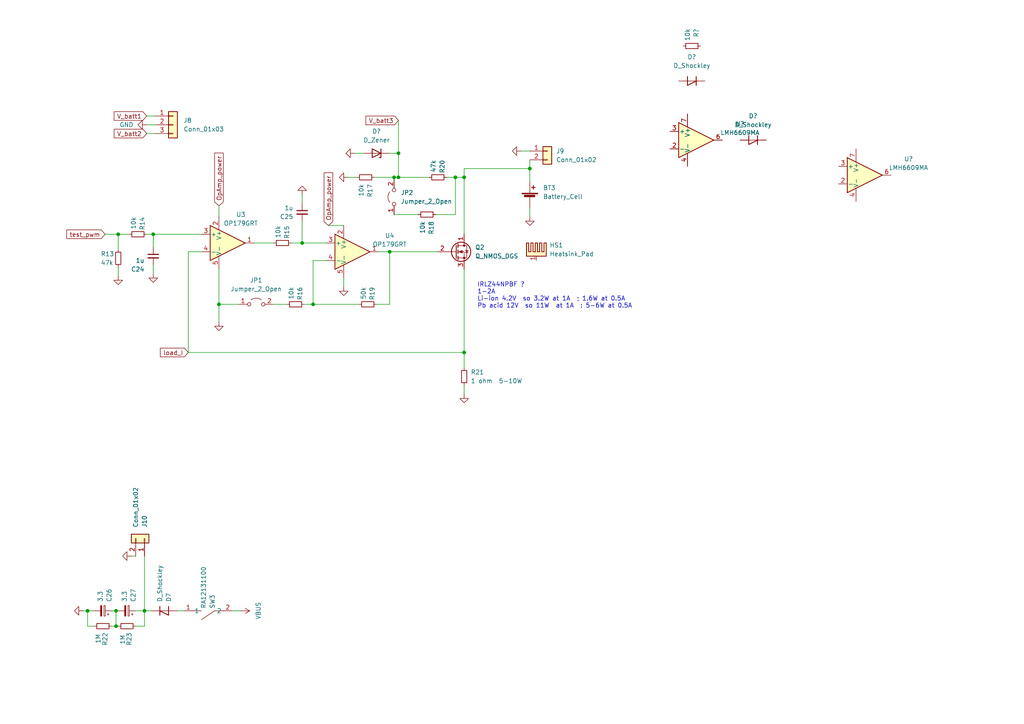
<source format=kicad_sch>
(kicad_sch (version 20211123) (generator eeschema)
  (paper "A4")
  (lib_symbols
    (symbol "Amplifier_Operational:LMH6609MA" (pin_names (offset 0.127))
      (property "Reference" "U" (at 0 6.35 0))
      (property "Value" "LMH6609MA" (at 0 3.81 0))
      (symbol "LMH6609MA_0_1"
        (polyline (pts (xy -5.08 5.08) (xy 5.08 0) (xy -5.08 -5.08) (xy -5.08 5.08)) (stroke (width 0.254)) (fill (type background)))
      )
      (symbol "LMH6609MA_1_1"
        (pin no_connect line (at -2.54 2.54 270) (length 2.54) hide (name "NC") (number "1"))
        (pin input line (at -7.62 -2.54 0) (length 2.54) (name "-") (number "2"))
        (pin input line (at -7.62 2.54 0) (length 2.54) (name "+") (number "3"))
        (pin power_in line (at -2.54 -7.62 90) (length 3.81) (name "V-") (number "4"))
        (pin no_connect line (at 0 2.54 270) (length 2.54) hide (name "NC") (number "5"))
        (pin output line (at 7.62 0 180) (length 2.54) (name "~") (number "6"))
        (pin power_in line (at -2.54 7.62 270) (length 3.81) (name "V+") (number "7"))
        (pin no_connect line (at 0 -2.54 90) (length 2.54) hide (name "NC") (number "8"))
      )
    )
    (symbol "Amplifier_Operational:OP179GRT" (pin_names (offset 0.127))
      (property "Reference" "U" (at 0 5.08 0))
      (property "Value" "OP179GRT" (at 0 -5.08 0))
      (symbol "OP179GRT_0_1"
        (polyline (pts (xy -5.08 5.08) (xy 5.08 0) (xy -5.08 -5.08) (xy -5.08 5.08)) (stroke (width 0.254)) (fill (type background)))
        (pin power_in line (at -2.54 7.62 270) (length 3.81) (name "V+") (number "2"))
        (pin power_in line (at -2.54 -7.62 90) (length 3.81) (name "V-") (number "5"))
      )
      (symbol "OP179GRT_1_1"
        (pin output line (at 7.62 0 180) (length 2.54) (name "~") (number "1"))
        (pin input line (at -7.62 2.54 0) (length 2.54) (name "+") (number "3"))
        (pin input line (at -7.62 -2.54 0) (length 2.54) (name "-") (number "4"))
      )
    )
    (symbol "Connector_Generic:Conn_01x02" (pin_names (offset 1.016) hide)
      (property "Reference" "J" (at 0 2.54 0))
      (property "Value" "Conn_01x02" (at 0 -5.08 0))
      (symbol "Conn_01x02_1_1"
        (rectangle (start -1.27 -2.413) (end 0 -2.667) (stroke (width 0.1524)))
        (rectangle (start -1.27 0.127) (end 0 -0.127) (stroke (width 0.1524)))
        (rectangle (start -1.27 1.27) (end 1.27 -3.81) (stroke (width 0.254)) (fill (type background)))
        (pin passive line (at -5.08 0 0) (length 3.81) (name "Pin_1") (number "1"))
        (pin passive line (at -5.08 -2.54 0) (length 3.81) (name "Pin_2") (number "2"))
      )
    )
    (symbol "Connector_Generic:Conn_01x03" (pin_names (offset 1.016) hide)
      (property "Reference" "J" (at 0 5.08 0))
      (property "Value" "Conn_01x03" (at 0 -5.08 0))
      (symbol "Conn_01x03_1_1"
        (rectangle (start -1.27 -2.413) (end 0 -2.667) (stroke (width 0.1524)))
        (rectangle (start -1.27 0.127) (end 0 -0.127) (stroke (width 0.1524)))
        (rectangle (start -1.27 2.667) (end 0 2.413) (stroke (width 0.1524)))
        (rectangle (start -1.27 3.81) (end 1.27 -3.81) (stroke (width 0.254)) (fill (type background)))
        (pin passive line (at -5.08 2.54 0) (length 3.81) (name "Pin_1") (number "1"))
        (pin passive line (at -5.08 0 0) (length 3.81) (name "Pin_2") (number "2"))
        (pin passive line (at -5.08 -2.54 0) (length 3.81) (name "Pin_3") (number "3"))
      )
    )
    (symbol "Device:Battery_Cell" (pin_numbers hide) (pin_names (offset 0) hide)
      (property "Reference" "BT" (at 2.54 2.54 0))
      (property "Value" "Battery_Cell" (at 2.54 0 0))
      (symbol "Battery_Cell_0_1"
        (rectangle (start -2.286 1.778) (end 2.286 1.524) (fill (type outline)))
        (rectangle (start -1.5748 1.1938) (end 1.4732 0.6858) (fill (type outline)))
        (polyline (pts (xy 0 0.762) (xy 0 0)))
        (polyline (pts (xy 0 1.778) (xy 0 2.54)))
        (polyline (pts (xy 0.508 3.429) (xy 1.524 3.429)) (stroke (width 0.254)))
        (polyline (pts (xy 1.016 3.937) (xy 1.016 2.921)) (stroke (width 0.254)))
      )
      (symbol "Battery_Cell_1_1"
        (pin passive line (at 0 5.08 270) (length 2.54) (name "+") (number "1"))
        (pin passive line (at 0 -2.54 90) (length 2.54) (name "-") (number "2"))
      )
    )
    (symbol "Device:C_Polarized_Small" (pin_numbers hide) (pin_names (offset 0.254) hide)
      (property "Reference" "C" (at 0.254 1.778 0))
      (property "Value" "C_Polarized_Small" (at 0.254 -2.032 0))
      (symbol "C_Polarized_Small_0_1"
        (rectangle (start -1.524 -0.3048) (end 1.524 -0.6858) (fill (type outline)))
        (rectangle (start -1.524 0.6858) (end 1.524 0.3048))
        (polyline (pts (xy -1.27 1.524) (xy -0.762 1.524)))
        (polyline (pts (xy -1.016 1.27) (xy -1.016 1.778)))
      )
      (symbol "C_Polarized_Small_1_1"
        (pin passive line (at 0 2.54 270) (length 1.8542) (name "~") (number "1"))
        (pin passive line (at 0 -2.54 90) (length 1.8542) (name "~") (number "2"))
      )
    )
    (symbol "Device:C_Small" (pin_numbers hide) (pin_names (offset 0.254) hide)
      (property "Reference" "C" (at 0.254 1.778 0))
      (property "Value" "C_Small" (at 0.254 -2.032 0))
      (symbol "C_Small_0_1"
        (polyline (pts (xy -1.524 -0.508) (xy 1.524 -0.508)) (stroke (width 0.3302)))
        (polyline (pts (xy -1.524 0.508) (xy 1.524 0.508)) (stroke (width 0.3048)))
      )
      (symbol "C_Small_1_1"
        (pin passive line (at 0 2.54 270) (length 2.032) (name "~") (number "1"))
        (pin passive line (at 0 -2.54 90) (length 2.032) (name "~") (number "2"))
      )
    )
    (symbol "Device:D_Shockley" (pin_numbers hide) (pin_names (offset 1.016) hide)
      (property "Reference" "D" (at 0 2.54 0))
      (property "Value" "D_Shockley" (at 0 -2.54 0))
      (symbol "D_Shockley_0_1"
        (polyline (pts (xy -1.27 0) (xy 1.27 0)))
        (polyline (pts (xy -1.27 1.27) (xy -1.27 -1.27)) (stroke (width 0.254)))
        (polyline (pts (xy -1.27 0) (xy 1.27 1.27) (xy 1.27 -1.27)) (stroke (width 0.254)))
      )
      (symbol "D_Shockley_1_1"
        (pin passive line (at -3.81 0 0) (length 2.54) (name "K") (number "1"))
        (pin passive line (at 3.81 0 180) (length 2.54) (name "A") (number "2"))
      )
    )
    (symbol "Device:D_Zener" (pin_numbers hide) (pin_names (offset 1.016) hide)
      (property "Reference" "D" (at 0 2.54 0))
      (property "Value" "D_Zener" (at 0 -2.54 0))
      (symbol "D_Zener_0_1"
        (polyline (pts (xy 1.27 0) (xy -1.27 0)))
        (polyline (pts (xy -1.27 -1.27) (xy -1.27 1.27) (xy -0.762 1.27)) (stroke (width 0.254)))
        (polyline (pts (xy 1.27 -1.27) (xy 1.27 1.27) (xy -1.27 0) (xy 1.27 -1.27)) (stroke (width 0.254)))
      )
      (symbol "D_Zener_1_1"
        (pin passive line (at -3.81 0 0) (length 2.54) (name "K") (number "1"))
        (pin passive line (at 3.81 0 180) (length 2.54) (name "A") (number "2"))
      )
    )
    (symbol "Device:Q_NMOS_DGS" (pin_names (offset 0) hide)
      (property "Reference" "Q" (at 5.08 1.27 0))
      (property "Value" "Q_NMOS_DGS" (at 5.08 -1.27 0))
      (symbol "Q_NMOS_DGS_0_1"
        (polyline (pts (xy 0.254 0) (xy -2.54 0)))
        (polyline (pts (xy 0.254 1.905) (xy 0.254 -1.905)) (stroke (width 0.254)))
        (polyline (pts (xy 0.762 -1.27) (xy 0.762 -2.286)) (stroke (width 0.254)))
        (polyline (pts (xy 0.762 0.508) (xy 0.762 -0.508)) (stroke (width 0.254)))
        (polyline (pts (xy 0.762 2.286) (xy 0.762 1.27)) (stroke (width 0.254)))
        (polyline (pts (xy 2.54 2.54) (xy 2.54 1.778)))
        (polyline (pts (xy 2.54 -2.54) (xy 2.54 0) (xy 0.762 0)))
        (polyline (pts (xy 0.762 -1.778) (xy 3.302 -1.778) (xy 3.302 1.778) (xy 0.762 1.778)))
        (polyline (pts (xy 1.016 0) (xy 2.032 0.381) (xy 2.032 -0.381) (xy 1.016 0)) (fill (type outline)))
        (polyline (pts (xy 2.794 0.508) (xy 2.921 0.381) (xy 3.683 0.381) (xy 3.81 0.254)))
        (polyline (pts (xy 3.302 0.381) (xy 2.921 -0.254) (xy 3.683 -0.254) (xy 3.302 0.381)))
        (circle (center 1.651 0) (radius 2.794) (stroke (width 0.254)))
        (circle (center 2.54 -1.778) (radius 0.254) (fill (type outline)))
        (circle (center 2.54 1.778) (radius 0.254) (fill (type outline)))
      )
      (symbol "Q_NMOS_DGS_1_1"
        (pin passive line (at 2.54 5.08 270) (length 2.54) (name "D") (number "1"))
        (pin input line (at -5.08 0 0) (length 2.54) (name "G") (number "2"))
        (pin passive line (at 2.54 -5.08 90) (length 2.54) (name "S") (number "3"))
      )
    )
    (symbol "Device:R_Small" (pin_numbers hide) (pin_names (offset 0.254) hide)
      (property "Reference" "R" (at 0.762 0.508 0))
      (property "Value" "R_Small" (at 0.762 -1.016 0))
      (symbol "R_Small_0_1"
        (rectangle (start -0.762 1.778) (end 0.762 -1.778) (stroke (width 0.2032)))
      )
      (symbol "R_Small_1_1"
        (pin passive line (at 0 2.54 270) (length 0.762) (name "~") (number "1"))
        (pin passive line (at 0 -2.54 90) (length 0.762) (name "~") (number "2"))
      )
    )
    (symbol "Jumper:Jumper_2_Open" (pin_names (offset 0) hide)
      (property "Reference" "JP" (at 0 2.794 0))
      (property "Value" "Jumper_2_Open" (at 0 -2.286 0))
      (symbol "Jumper_2_Open_0_0"
        (circle (center -2.032 0) (radius 0.508))
        (circle (center 2.032 0) (radius 0.508))
      )
      (symbol "Jumper_2_Open_0_1"
        (arc (start 1.524 1.27) (mid 0 1.778) (end -1.524 1.27))
      )
      (symbol "Jumper_2_Open_1_1"
        (pin passive line (at -5.08 0 0) (length 2.54) (name "A") (number "1"))
        (pin passive line (at 5.08 0 180) (length 2.54) (name "B") (number "2"))
      )
    )
    (symbol "Mechanical:Heatsink_Pad" (pin_names (offset 0))
      (property "Reference" "HS" (at 0 5.715 0))
      (property "Value" "Heatsink_Pad" (at 0 3.81 0))
      (symbol "Heatsink_Pad_0_1"
        (polyline (pts (xy -0.3302 0) (xy -0.9652 0) (xy -0.9652 2.54) (xy -1.6002 2.54) (xy -1.6002 0) (xy -2.2352 0) (xy -2.2352 2.54) (xy -2.8702 2.54) (xy -2.8702 -1.27) (xy -0.9652 -1.27)) (stroke (width 0.254)) (fill (type background)))
        (polyline (pts (xy -0.3302 0) (xy -0.3302 2.54) (xy 0.3048 2.54) (xy 0.3048 0) (xy 0.9398 0) (xy 0.9398 2.54) (xy 1.5748 2.54) (xy 1.5748 0) (xy 2.2098 0) (xy 2.2098 2.54) (xy 2.8448 2.54) (xy 2.8448 -1.27) (xy -0.9652 -1.27)) (stroke (width 0.254)) (fill (type background)))
      )
      (symbol "Heatsink_Pad_1_1"
        (pin passive line (at 0 -2.54 90) (length 1.27) (name "~") (number "1"))
      )
    )
    (symbol "My_custom_lib:RA12131100"
      (property "Reference" "SW" (at 0 0 0))
      (property "Value" "RA12131100" (at 0 0 0))
      (symbol "RA12131100_0_1"
        (polyline (pts (xy -1.27 -2.54) (xy -5.08 0)))
        (polyline (pts (xy 1.27 -2.54) (xy -1.27 -2.54)))
        (polyline (pts (xy -7.62 -2.54) (xy -6.35 -2.54) (xy -5.08 -2.54)))
      )
      (symbol "RA12131100_1_1"
        (pin input line (at -10.16 -2.54 0) (length 2.54) (name "1") (number "1"))
        (pin input line (at 3.81 -2.54 180) (length 2.54) (name "2") (number "2"))
      )
    )
    (symbol "power:GND" (power) (pin_names (offset 0))
      (property "Value" "GND" (at 0 -3.81 0))
      (symbol "GND_0_1"
        (polyline (pts (xy 0 0) (xy 0 -1.27) (xy 1.27 -1.27) (xy 0 -2.54) (xy -1.27 -1.27) (xy 0 -1.27)))
      )
      (symbol "GND_1_1"
        (pin power_in line (at 0 0 270) (length 0) hide (name "GND") (number "1"))
      )
    )
    (symbol "power:VBUS" (power) (pin_names (offset 0))
      (property "Value" "VBUS" (at 0 3.81 0))
      (symbol "VBUS_0_1"
        (polyline (pts (xy -0.762 1.27) (xy 0 2.54)))
        (polyline (pts (xy 0 0) (xy 0 2.54)))
        (polyline (pts (xy 0 2.54) (xy 0.762 1.27)))
      )
      (symbol "VBUS_1_1"
        (pin power_in line (at 0 0 90) (length 0) hide (name "VBUS") (number "1"))
      )
    )
  )
  (junction (at 34.29 67.945))
  (junction (at 90.805 88.265))
  (junction (at 113.03 73.025))
  (junction (at 25.4 177.165))
  (junction (at 41.91 177.165))
  (junction (at 44.45 67.945))
  (junction (at 132.08 51.435))
  (junction (at 114.3 51.435))
  (junction (at 134.62 51.435))
  (junction (at 63.5 88.265))
  (junction (at 134.62 102.235))
  (junction (at 33.655 181.61))
  (junction (at 115.57 44.45))
  (junction (at 87.63 70.485))
  (junction (at 115.57 51.435))
  (junction (at 33.655 177.165))
  (junction (at 153.67 48.895))
  (wire (pts (xy 34.29 67.945) (xy 37.465 67.945)))
  (wire (pts (xy 54.61 102.235) (xy 54.61 73.025)))
  (wire (pts (xy 115.57 51.435) (xy 124.46 51.435)))
  (wire (pts (xy 44.45 76.835) (xy 44.45 79.375)))
  (wire (pts (xy 115.57 51.435) (xy 115.57 44.45)))
  (wire (pts (xy 113.03 73.025) (xy 127 73.025)))
  (wire (pts (xy 41.91 177.165) (xy 39.37 177.165)))
  (wire (pts (xy 34.29 67.945) (xy 34.29 72.39)))
  (wire (pts (xy 132.08 62.23) (xy 132.08 51.435)))
  (wire (pts (xy 41.91 181.61) (xy 39.37 181.61)))
  (wire (pts (xy 42.545 36.195) (xy 45.085 36.195)))
  (wire (pts (xy 153.67 48.895) (xy 153.67 52.705)))
  (wire (pts (xy 54.61 73.025) (xy 58.42 73.025)))
  (wire (pts (xy 90.805 88.265) (xy 104.14 88.265)))
  (wire (pts (xy 115.57 44.45) (xy 115.57 34.925)))
  (wire (pts (xy 90.805 88.265) (xy 90.805 75.565)))
  (wire (pts (xy 63.5 59.69) (xy 63.5 62.865)))
  (wire (pts (xy 63.5 88.265) (xy 69.215 88.265)))
  (wire (pts (xy 113.03 44.45) (xy 115.57 44.45)))
  (wire (pts (xy 134.62 48.895) (xy 153.67 48.895)))
  (wire (pts (xy 108.585 51.435) (xy 114.3 51.435)))
  (wire (pts (xy 33.655 177.165) (xy 32.385 177.165)))
  (wire (pts (xy 34.29 77.47) (xy 34.29 80.01)))
  (wire (pts (xy 73.66 70.485) (xy 79.375 70.485)))
  (wire (pts (xy 114.3 62.23) (xy 121.285 62.23)))
  (wire (pts (xy 41.91 177.165) (xy 41.91 181.61)))
  (wire (pts (xy 109.855 73.025) (xy 113.03 73.025)))
  (wire (pts (xy 100.965 51.435) (xy 103.505 51.435)))
  (wire (pts (xy 44.45 67.945) (xy 58.42 67.945)))
  (wire (pts (xy 113.03 88.265) (xy 109.22 88.265)))
  (wire (pts (xy 95.25 65.405) (xy 99.695 65.405)))
  (wire (pts (xy 129.54 51.435) (xy 132.08 51.435)))
  (wire (pts (xy 134.62 102.235) (xy 134.62 106.68)))
  (wire (pts (xy 27.305 177.165) (xy 25.4 177.165)))
  (wire (pts (xy 30.48 67.945) (xy 34.29 67.945)))
  (wire (pts (xy 87.63 59.055) (xy 87.63 56.515)))
  (wire (pts (xy 134.62 111.76) (xy 134.62 114.3)))
  (wire (pts (xy 134.62 51.435) (xy 134.62 48.895)))
  (wire (pts (xy 113.03 73.025) (xy 113.03 88.265)))
  (wire (pts (xy 126.365 62.23) (xy 132.08 62.23)))
  (wire (pts (xy 25.4 181.61) (xy 25.4 177.165)))
  (wire (pts (xy 44.45 67.945) (xy 42.545 67.945)))
  (wire (pts (xy 42.545 38.735) (xy 45.085 38.735)))
  (wire (pts (xy 134.62 102.235) (xy 54.61 102.235)))
  (wire (pts (xy 99.695 80.645) (xy 99.695 83.185)))
  (wire (pts (xy 153.67 46.355) (xy 153.67 48.895)))
  (wire (pts (xy 134.62 78.105) (xy 134.62 102.235)))
  (wire (pts (xy 88.265 88.265) (xy 90.805 88.265)))
  (wire (pts (xy 33.655 181.61) (xy 33.655 177.165)))
  (wire (pts (xy 153.67 60.325) (xy 153.67 62.865)))
  (wire (pts (xy 63.5 78.105) (xy 63.5 88.265)))
  (wire (pts (xy 114.3 51.435) (xy 115.57 51.435)))
  (wire (pts (xy 153.67 43.815) (xy 151.13 43.815)))
  (wire (pts (xy 27.305 181.61) (xy 25.4 181.61)))
  (wire (pts (xy 53.34 177.165) (xy 51.435 177.165)))
  (wire (pts (xy 134.62 67.945) (xy 134.62 51.435)))
  (wire (pts (xy 25.4 177.165) (xy 24.13 177.165)))
  (wire (pts (xy 87.63 64.135) (xy 87.63 70.485)))
  (wire (pts (xy 132.08 51.435) (xy 134.62 51.435)))
  (wire (pts (xy 87.63 70.485) (xy 94.615 70.485)))
  (wire (pts (xy 84.455 70.485) (xy 87.63 70.485)))
  (wire (pts (xy 44.45 67.945) (xy 44.45 71.755)))
  (wire (pts (xy 39.37 161.29) (xy 38.1 161.29)))
  (wire (pts (xy 114.3 51.435) (xy 114.3 52.07)))
  (wire (pts (xy 69.85 177.165) (xy 67.31 177.165)))
  (wire (pts (xy 90.805 75.565) (xy 94.615 75.565)))
  (wire (pts (xy 42.545 33.655) (xy 45.085 33.655)))
  (wire (pts (xy 79.375 88.265) (xy 83.185 88.265)))
  (wire (pts (xy 34.29 181.61) (xy 33.655 181.61)))
  (wire (pts (xy 41.91 177.165) (xy 41.91 161.29)))
  (wire (pts (xy 43.815 177.165) (xy 41.91 177.165)))
  (wire (pts (xy 34.29 177.165) (xy 33.655 177.165)))
  (wire (pts (xy 33.655 181.61) (xy 32.385 181.61)))
  (wire (pts (xy 63.5 88.265) (xy 63.5 93.345)))
  (wire (pts (xy 102.87 44.45) (xy 105.41 44.45)))
  (text "IRLZ44NPBF ?\n1-2A \nLi-ion 4.2V  so 3.2W at 1A  ; 1.6W at 0.5A\nPb acid 12V  so 11W  at 1A  : 5-6W at 0.5A" (at 138.43 89.535 0) (effects (font (size 1.27 1.27)) (justify left bottom)))
  (global_label "OpAmp_power" (shape input) (at 63.5 59.69 90) (property "Intersheet References" "${INTERSHEET_REFS}" (effects hide)))
  (global_label "test_pwm" (shape input) (at 30.48 67.945 180) (property "Intersheet References" "${INTERSHEET_REFS}" (effects hide)))
  (global_label "V_batt3" (shape input) (at 115.57 34.925 180) (property "Intersheet References" "${INTERSHEET_REFS}" (effects hide)))
  (global_label "V_batt2" (shape input) (at 42.545 38.735 180) (property "Intersheet References" "${INTERSHEET_REFS}" (effects hide)))
  (global_label "V_batt1" (shape input) (at 42.545 33.655 180) (property "Intersheet References" "${INTERSHEET_REFS}" (effects hide)))
  (global_label "OpAmp_power" (shape input) (at 95.25 65.405 90) (property "Intersheet References" "${INTERSHEET_REFS}" (effects hide)))
  (global_label "load_I" (shape input) (at 54.61 102.235 180) (property "Intersheet References" "${INTERSHEET_REFS}" (effects hide)))
  (symbol (lib_id "Device:R_Small") (at 127 51.435 270) (mirror x) (unit 1)
    (property "Reference" "R20" (at 128.27 46.355 0) (effects (justify right)))
    (property "Value" "47k" (at 125.73 46.355 0) (effects (justify right)))
    (property "Footprint" "Resistor_SMD:R_0603_1608Metric_Pad0.98x0.95mm_HandSolder" (effects hide))
  )
  (symbol (lib_id "Device:C_Small") (at 44.45 74.295 0) (mirror y) (unit 1)
    (property "Reference" "C24" (at 41.91 78.105 0) (effects (justify left)))
    (property "Value" "1u" (at 41.91 75.565 0) (effects (justify left)))
    (property "Footprint" "Capacitor_SMD:C_0603_1608Metric_Pad1.08x0.95mm_HandSolder" (effects hide))
  )
  (symbol (lib_id "Device:D_Zener") (at 109.22 44.45 180) (unit 1)
    (property "Reference" "D?" (at 109.22 38.1 0))
    (property "Value" "D_Zener" (at 109.22 40.64 0))
  )
  (symbol (lib_id "power:GND") (at 99.695 83.185 0) (mirror y) (unit 1)
    (property "Reference" "#PWR0173" (effects hide))
    (property "Value" "GND" (effects hide))
  )
  (symbol (lib_id "power:GND") (at 63.5 93.345 0) (mirror y) (unit 1)
    (property "Reference" "#PWR0172" (effects hide))
    (property "Value" "GND" (effects hide))
  )
  (symbol (lib_id "My_custom_lib:RA12131100") (at 63.5 179.705 0) (mirror x) (unit 1)
    (property "Reference" "SW3" (at 61.5951 176.53 90) (effects (justify right)))
    (property "Value" "RA12131100" (at 59.0551 176.53 90) (effects (justify right)))
    (property "Datasheet" "https://ro.mouser.com/ProductDetail/612-RA12131100" (effects hide))
  )
  (symbol (lib_id "Device:R_Small") (at 81.915 70.485 270) (mirror x) (unit 1)
    (property "Reference" "R15" (at 83.185 65.405 0) (effects (justify right)))
    (property "Value" "10k" (at 80.645 65.405 0) (effects (justify right)))
    (property "Footprint" "Resistor_SMD:R_0603_1608Metric_Pad0.98x0.95mm_HandSolder" (effects hide))
  )
  (symbol (lib_id "Device:D_Shockley") (at 218.44 40.64 180) (unit 1)
    (property "Reference" "D?" (at 218.44 33.655 0))
    (property "Value" "D_Shockley" (at 218.44 36.195 0))
  )
  (symbol (lib_id "Amplifier_Operational:LMH6609MA") (at 201.93 40.64 0) (unit 1)
    (property "Reference" "U?" (at 214.63 35.941 0))
    (property "Value" "LMH6609MA" (at 214.63 38.481 0))
    (property "Footprint" "Package_SO:SOIC-8_3.9x4.9mm_P1.27mm" (effects hide))
    (property "Datasheet" "http://www.ti.com/lit/ds/symlink/lmh6609.pdf" (effects hide))
  )
  (symbol (lib_id "power:GND") (at 34.29 80.01 0) (mirror y) (unit 1)
    (property "Reference" "#PWR0165" (effects hide))
    (property "Value" "GND" (effects hide))
  )
  (symbol (lib_id "Device:D_Shockley") (at 47.625 177.165 0) (mirror x) (unit 1)
    (property "Reference" "D7" (at 48.8951 174.625 90) (effects (justify right)))
    (property "Value" "D_Shockley" (at 46.3551 174.625 90) (effects (justify right)))
    (property "Footprint" "Diode_THT:D_A-405_P12.70mm_Horizontal" (effects hide))
  )
  (symbol (lib_id "Connector_Generic:Conn_01x03") (at 50.165 36.195 0) (unit 1)
    (property "Reference" "J8" (at 53.213 34.9249 0) (effects (justify left)))
    (property "Value" "Conn_01x03" (at 53.213 37.4649 0) (effects (justify left)))
    (property "Footprint" "Connector_PinHeader_2.54mm:PinHeader_1x03_P2.54mm_Vertical" (effects hide))
  )
  (symbol (lib_id "Device:D_Shockley") (at 200.66 23.495 180) (unit 1)
    (property "Reference" "D?" (at 200.66 16.51 0))
    (property "Value" "D_Shockley" (at 200.66 19.05 0))
  )
  (symbol (lib_id "power:GND") (at 100.965 51.435 270) (mirror x) (unit 1)
    (property "Reference" "#PWR0174" (effects hide))
    (property "Value" "GND" (effects hide))
  )
  (symbol (lib_id "power:GND") (at 38.1 161.29 270) (unit 1)
    (property "Reference" "#PWR0177" (effects hide))
    (property "Value" "GND" (effects hide))
  )
  (symbol (lib_id "Device:C_Polarized_Small") (at 36.83 177.165 270) (mirror x) (unit 1)
    (property "Reference" "C27" (at 38.6462 174.625 0) (effects (justify left)))
    (property "Value" "3.3" (at 36.1062 174.625 0) (effects (justify left)))
    (property "Footprint" "Capacitor_THT:CP_Radial_D8.0mm_P3.50mm" (effects hide))
  )
  (symbol (lib_id "Mechanical:Heatsink_Pad") (at 155.575 73.025 0) (unit 1)
    (property "Reference" "HS1" (at 159.385 71.1199 0) (effects (justify left)))
    (property "Value" "Heatsink_Pad" (at 159.385 73.6599 0) (effects (justify left)))
  )
  (symbol (lib_id "power:GND") (at 153.67 62.865 0) (mirror y) (unit 1)
    (property "Reference" "#PWR0169" (effects hide))
    (property "Value" "GND" (effects hide))
  )
  (symbol (lib_id "Amplifier_Operational:OP179GRT") (at 102.235 73.025 0) (unit 1)
    (property "Reference" "U4" (at 113.03 68.326 0))
    (property "Value" "OP179GRT" (at 113.03 70.866 0))
    (property "Footprint" "Package_TO_SOT_SMD:SOT-23-5" (effects hide))
    (property "Datasheet" "https://www.analog.com/media/en/technical-documentation/data-sheets/OP179_279.pdf" (effects hide))
  )
  (symbol (lib_id "Jumper:Jumper_2_Open") (at 114.3 57.15 90) (unit 1)
    (property "Reference" "JP2" (at 116.205 55.8799 90) (effects (justify right)))
    (property "Value" "Jumper_2_Open" (at 116.205 58.4199 90) (effects (justify right)))
  )
  (symbol (lib_id "Device:R_Small") (at 200.66 13.335 270) (mirror x) (unit 1)
    (property "Reference" "R?" (at 201.93 8.255 0) (effects (justify right)))
    (property "Value" "10k" (at 199.39 8.255 0) (effects (justify right)))
    (property "Footprint" "Resistor_SMD:R_0603_1608Metric_Pad0.98x0.95mm_HandSolder" (effects hide))
  )
  (symbol (lib_id "Device:R_Small") (at 106.68 88.265 270) (mirror x) (unit 1)
    (property "Reference" "R19" (at 107.95 83.185 0) (effects (justify right)))
    (property "Value" "50k" (at 105.41 83.185 0) (effects (justify right)))
    (property "Footprint" "Resistor_SMD:R_0603_1608Metric_Pad0.98x0.95mm_HandSolder" (effects hide))
  )
  (symbol (lib_id "Device:R_Small") (at 29.845 181.61 90) (mirror x) (unit 1)
    (property "Reference" "R22" (at 30.48 187.325 0) (effects (justify right)))
    (property "Value" "1M" (at 28.448 186.69 0) (effects (justify right)))
    (property "Footprint" "Resistor_THT:R_Axial_DIN0411_L9.9mm_D3.6mm_P7.62mm_Vertical" (effects hide))
  )
  (symbol (lib_id "Device:Q_NMOS_DGS") (at 132.08 73.025 0) (unit 1)
    (property "Reference" "Q2" (at 137.795 71.7549 0) (effects (justify left)))
    (property "Value" "Q_NMOS_DGS" (at 137.795 74.2949 0) (effects (justify left)))
  )
  (symbol (lib_id "Device:R_Small") (at 123.825 62.23 270) (mirror x) (unit 1)
    (property "Reference" "R18" (at 125.095 64.135 0) (effects (justify right)))
    (property "Value" "10k" (at 122.555 64.135 0) (effects (justify right)))
    (property "Footprint" "Resistor_SMD:R_0603_1608Metric_Pad0.98x0.95mm_HandSolder" (effects hide))
  )
  (symbol (lib_id "Amplifier_Operational:LMH6609MA") (at 250.825 50.8 0) (unit 1)
    (property "Reference" "U?" (at 263.525 46.101 0))
    (property "Value" "LMH6609MA" (at 263.525 48.641 0))
    (property "Footprint" "Package_SO:SOIC-8_3.9x4.9mm_P1.27mm" (effects hide))
    (property "Datasheet" "http://www.ti.com/lit/ds/symlink/lmh6609.pdf" (effects hide))
  )
  (symbol (lib_id "Device:R_Small") (at 134.62 109.22 0) (unit 1)
    (property "Reference" "R21" (at 136.525 107.9499 0) (effects (justify left)))
    (property "Value" "1 ohm  5-10W" (at 136.525 110.4899 0) (effects (justify left)))
  )
  (symbol (lib_id "Device:C_Polarized_Small") (at 29.845 177.165 270) (mirror x) (unit 1)
    (property "Reference" "C26" (at 31.6612 174.625 0) (effects (justify left)))
    (property "Value" "3.3" (at 29.1212 174.625 0) (effects (justify left)))
    (property "Footprint" "Capacitor_THT:CP_Radial_D8.0mm_P3.50mm" (effects hide))
  )
  (symbol (lib_id "power:GND") (at 42.545 36.195 270) (unit 1)
    (property "Reference" "#PWR0168" (effects hide))
    (property "Value" "GND" (at 38.735 36.1949 90) (effects (justify right)))
  )
  (symbol (lib_id "Amplifier_Operational:OP179GRT") (at 66.04 70.485 0) (unit 1)
    (property "Reference" "U3" (at 69.85 62.23 0))
    (property "Value" "OP179GRT" (at 69.85 64.77 0))
    (property "Footprint" "Package_TO_SOT_SMD:SOT-23-5" (effects hide))
    (property "Datasheet" "https://www.analog.com/media/en/technical-documentation/data-sheets/OP179_279.pdf" (effects hide))
  )
  (symbol (lib_id "Jumper:Jumper_2_Open") (at 74.295 88.265 0) (unit 1)
    (property "Reference" "JP1" (at 74.295 81.28 0))
    (property "Value" "Jumper_2_Open" (at 74.295 83.82 0))
  )
  (symbol (lib_id "Device:R_Small") (at 85.725 88.265 270) (mirror x) (unit 1)
    (property "Reference" "R16" (at 86.995 83.185 0) (effects (justify right)))
    (property "Value" "10k" (at 84.455 83.185 0) (effects (justify right)))
    (property "Footprint" "Resistor_SMD:R_0603_1608Metric_Pad0.98x0.95mm_HandSolder" (effects hide))
  )
  (symbol (lib_id "Connector_Generic:Conn_01x02") (at 158.75 43.815 0) (unit 1)
    (property "Reference" "J9" (at 161.29 43.8149 0) (effects (justify left)))
    (property "Value" "Conn_01x02" (at 161.29 46.3549 0) (effects (justify left)))
    (property "Footprint" "Connector_Wago:Wago_734-132_1x02_P3.50mm_Vertical" (effects hide))
  )
  (symbol (lib_id "Device:R_Small") (at 106.045 51.435 270) (mirror x) (unit 1)
    (property "Reference" "R17" (at 107.315 53.34 0) (effects (justify right)))
    (property "Value" "10k" (at 104.775 53.34 0) (effects (justify right)))
    (property "Footprint" "Resistor_SMD:R_0603_1608Metric_Pad0.98x0.95mm_HandSolder" (effects hide))
  )
  (symbol (lib_id "Device:R_Small") (at 34.29 74.93 0) (mirror y) (unit 1)
    (property "Reference" "R13" (at 29.21 73.66 0) (effects (justify right)))
    (property "Value" "47k" (at 29.21 76.2 0) (effects (justify right)))
    (property "Footprint" "Resistor_SMD:R_0603_1608Metric_Pad0.98x0.95mm_HandSolder" (effects hide))
  )
  (symbol (lib_id "power:GND") (at 87.63 56.515 0) (mirror x) (unit 1)
    (property "Reference" "#PWR0167" (effects hide))
    (property "Value" "GND" (effects hide))
  )
  (symbol (lib_id "Device:C_Small") (at 87.63 61.595 0) (mirror y) (unit 1)
    (property "Reference" "C25" (at 85.09 62.865 0) (effects (justify left)))
    (property "Value" "1u" (at 85.09 60.325 0) (effects (justify left)))
    (property "Footprint" "Capacitor_SMD:C_0603_1608Metric_Pad1.08x0.95mm_HandSolder" (effects hide))
  )
  (symbol (lib_id "Device:Battery_Cell") (at 153.67 57.785 0) (unit 1)
    (property "Reference" "BT3" (at 157.48 54.4829 0) (effects (justify left)))
    (property "Value" "Battery_Cell" (at 157.48 57.0229 0) (effects (justify left)))
    (property "Footprint" "Connector_PinHeader_2.54mm:PinHeader_1x02_P2.54mm_Vertical" (effects hide))
  )
  (symbol (lib_id "Device:R_Small") (at 40.005 67.945 270) (mirror x) (unit 1)
    (property "Reference" "R14" (at 41.275 62.865 0) (effects (justify right)))
    (property "Value" "10k" (at 38.735 62.865 0) (effects (justify right)))
    (property "Footprint" "Resistor_SMD:R_0603_1608Metric_Pad0.98x0.95mm_HandSolder" (effects hide))
  )
  (symbol (lib_id "power:GND") (at 44.45 79.375 0) (mirror y) (unit 1)
    (property "Reference" "#PWR0166" (effects hide))
    (property "Value" "GND" (effects hide))
  )
  (symbol (lib_id "power:GND") (at 151.13 43.815 270) (mirror x) (unit 1)
    (property "Reference" "#PWR0170" (effects hide))
    (property "Value" "GND" (effects hide))
  )
  (symbol (lib_id "power:VBUS") (at 69.85 177.165 270) (mirror x) (unit 1)
    (property "Reference" "#PWR0176" (effects hide))
    (property "Value" "VBUS" (at 74.93 177.165 0))
  )
  (symbol (lib_id "power:GND") (at 134.62 114.3 0) (mirror y) (unit 1)
    (property "Reference" "#PWR0171" (effects hide))
    (property "Value" "GND" (effects hide))
  )
  (symbol (lib_id "power:GND") (at 102.87 44.45 270) (mirror x) (unit 1)
    (property "Reference" "#PWR?" (effects hide))
    (property "Value" "GND" (effects hide))
  )
  (symbol (lib_id "power:GND") (at 24.13 177.165 270) (unit 1)
    (property "Reference" "#PWR0175" (effects hide))
    (property "Value" "GND" (effects hide))
  )
  (symbol (lib_id "Connector_Generic:Conn_01x02") (at 41.91 156.21 270) (mirror x) (unit 1)
    (property "Reference" "J10" (at 41.9101 153.035 0) (effects (justify left)))
    (property "Value" "Conn_01x02" (at 39.3701 153.035 0) (effects (justify left)))
    (property "Footprint" "Resistor_THT:R_Axial_DIN0309_L9.0mm_D3.2mm_P5.08mm_Vertical" (effects hide))
  )
  (symbol (lib_id "Device:R_Small") (at 36.83 181.61 90) (mirror x) (unit 1)
    (property "Reference" "R23" (at 37.465 187.325 0) (effects (justify right)))
    (property "Value" "1M" (at 35.56 186.944 0) (effects (justify right)))
    (property "Footprint" "Resistor_THT:R_Axial_DIN0411_L9.9mm_D3.6mm_P7.62mm_Vertical" (effects hide))
  )
)
</source>
